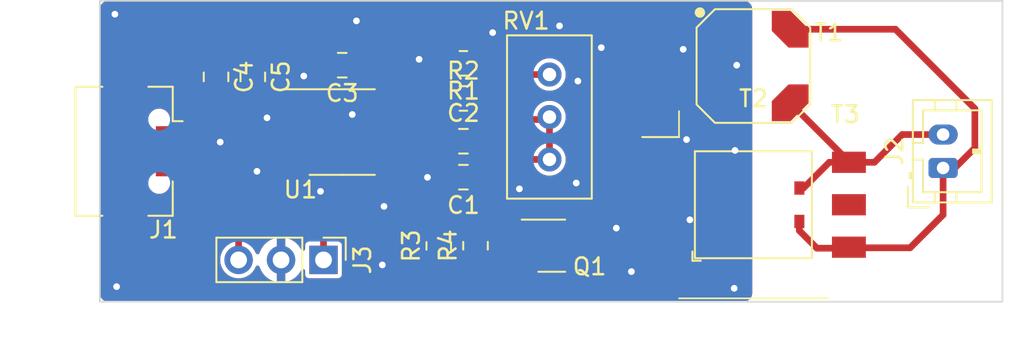
<source format=kicad_pcb>
(kicad_pcb (version 20221018) (generator pcbnew)
  (layers (0 "F.Cu" signal) (31 "B.Cu" signal) (34 "B.Paste" user) (35 "F.Paste" user) (36 "B.SilkS" user "B.Silkscreen") (37 "F.SilkS" user "F.Silkscreen") (38 "B.Mask" user) (39 "F.Mask" user) (44 "Edge.Cuts" user))
  (net 0 "")
  (net 1 "Net-(R2-Pad2)")
  (net 2 "+5V")
  (net 3 "Net-(J2-Pin_1)")
  (net 4 "Net-(J2-Pin_2)")
  (net 5 "GND")
  (net 6 "Net-(U1-THR)")
  (net 7 "/OUT")
  (net 8 "Net-(U1-CV)")
  (net 9 "Net-(U1-DIS)")
  (net 13 "Net-(Q1-G)")
  (net 14 "Net-(Q1-D)")
  (footprint "Potentiometer_THT:Potentiometer_Bourns_3296W_Vertical" (layer "F.Cu") (at 137.7 62.79 -90)
    (fp_text reference "RV1" (at -8.29 1.4 -180) (layer "F.SilkS"))
    (fp_text value "50k")
    (fp_line (start -7.425 -2.53) (end -7.425 2.54) (stroke (width 0.12)) (layer "F.SilkS"))
    (fp_line (start -7.425 -2.53) (end 2.345 -2.53) (stroke (width 0.12)) (layer "F.SilkS"))
    (fp_line (start -7.425 2.54) (end 2.345 2.54) (stroke (width 0.12)) (layer "F.SilkS"))
    (fp_line (start 2.345 -2.53) (end 2.345 2.54) (stroke (width 0.12)) (layer "F.SilkS"))
    (pad "1" thru_hole circle (at 0 0 270) (size 1.44 1.44) (drill 0.8) (layers "*.Cu" "*.Mask") (net 6 "Net-(U1-THR)"))
    (pad "2" thru_hole circle (at -2.54 0 270) (size 1.44 1.44) (drill 0.8) (layers "*.Cu" "*.Mask") (net 6 "Net-(U1-THR)"))
    (pad "3" thru_hole circle (at -5.08 0 270) (size 1.44 1.44) (drill 0.8) (layers "*.Cu" "*.Mask") (net 1 "Net-(R2-Pad2)"))
  )
  (footprint "Capacitor_SMD:C_0805_2012Metric_Pad1.18x1.45mm_HandSolder" (layer "F.Cu") (at 119.95 57.85 -90)
    (fp_text reference "C5" (at 0 -1.68 -90) (layer "F.SilkS"))
    (fp_text value "4u7")
    (fp_line (start -0.261252 -0.735) (end 0.261252 -0.735) (stroke (width 0.12)) (layer "F.SilkS"))
    (fp_line (start -0.261252 0.735) (end 0.261252 0.735) (stroke (width 0.12)) (layer "F.SilkS"))
    (pad "1" smd roundrect (at -1.0375 0 270) (size 1.175 1.45) (layers "F.Cu" "F.Paste" "F.Mask") (roundrect_rratio 0.212766) (net 2 "+5V"))
    (pad "2" smd roundrect (at 1.0375 0 270) (size 1.175 1.45) (layers "F.Cu" "F.Paste" "F.Mask") (roundrect_rratio 0.212766) (net 5 "GND"))
  )
  (footprint "Resistor_SMD:R_0805_2012Metric_Pad1.20x1.40mm_HandSolder" (layer "F.Cu") (at 132.55 57.04 180)
    (fp_text reference "R1" (at 0 -1.65 180) (layer "F.SilkS"))
    (fp_text value "3k9")
    (fp_line (start -0.227064 -0.735) (end 0.227064 -0.735) (stroke (width 0.12)) (layer "F.SilkS"))
    (fp_line (start -0.227064 0.735) (end 0.227064 0.735) (stroke (width 0.12)) (layer "F.SilkS"))
    (pad "1" smd roundrect (at -1 0 180) (size 1.2 1.4) (layers "F.Cu" "F.Paste" "F.Mask") (roundrect_rratio 0.208333) (net 2 "+5V"))
    (pad "2" smd roundrect (at 1 0 180) (size 1.2 1.4) (layers "F.Cu" "F.Paste" "F.Mask") (roundrect_rratio 0.208333) (net 9 "Net-(U1-DIS)"))
  )
  (footprint "Capacitor_SMD:C_0805_2012Metric_Pad1.18x1.45mm_HandSolder" (layer "F.Cu") (at 125.3 57.15 180)
    (fp_text reference "C3" (at 0 -1.68 180) (layer "F.SilkS"))
    (fp_text value "100n")
    (fp_line (start -0.261252 -0.735) (end 0.261252 -0.735) (stroke (width 0.12)) (layer "F.SilkS"))
    (fp_line (start -0.261252 0.735) (end 0.261252 0.735) (stroke (width 0.12)) (layer "F.SilkS"))
    (pad "1" smd roundrect (at -1.0375 0 180) (size 1.175 1.45) (layers "F.Cu" "F.Paste" "F.Mask") (roundrect_rratio 0.212766) (net 2 "+5V"))
    (pad "2" smd roundrect (at 1.0375 0 180) (size 1.175 1.45) (layers "F.Cu" "F.Paste" "F.Mask") (roundrect_rratio 0.212766) (net 5 "GND"))
  )
  (footprint "Capacitor_SMD:C_0805_2012Metric_Pad1.18x1.45mm_HandSolder" (layer "F.Cu") (at 132.55 61.7)
    (fp_text reference "C2" (at 0 -1.68) (layer "F.SilkS"))
    (fp_text value "100n")
    (fp_line (start -0.261252 -0.735) (end 0.261252 -0.735) (stroke (width 0.12)) (layer "F.SilkS"))
    (fp_line (start -0.261252 0.735) (end 0.261252 0.735) (stroke (width 0.12)) (layer "F.SilkS"))
    (pad "1" smd roundrect (at -1.0375 0) (size 1.175 1.45) (layers "F.Cu" "F.Paste" "F.Mask") (roundrect_rratio 0.212766) (net 8 "Net-(U1-CV)"))
    (pad "2" smd roundrect (at 1.0375 0) (size 1.175 1.45) (layers "F.Cu" "F.Paste" "F.Mask") (roundrect_rratio 0.212766) (net 5 "GND"))
  )
  (footprint "Knochi_Connectors:USB_Micro-B_AMTEK_MIUSB-F5M-BBX-U_Horizontal" (layer "F.Cu") (at 113.3 62.3 -90)
    (fp_text reference "J1" (at 4.7 -1.3 -180) (layer "F.SilkS"))
    (fp_text value "USB_B_Micro")
    (fp_line (start -3.86 -1.86) (end -1.8 -1.86) (stroke (width 0.12)) (layer "F.SilkS"))
    (fp_line (start -3.86 -0.4) (end -3.86 -1.86) (stroke (width 0.12)) (layer "F.SilkS"))
    (fp_line (start -3.86 3.96) (end -3.86 2.35) (stroke (width 0.12)) (layer "F.SilkS"))
    (fp_line (start -3.86 3.96) (end 3.86 3.96) (stroke (width 0.12)) (layer "F.SilkS"))
    (fp_line (start -1.8 -1.86) (end -1.8 -2.45) (stroke (width 0.12)) (layer "F.SilkS"))
    (fp_line (start 3.86 -1.86) (end 1.8 -1.86) (stroke (width 0.12)) (layer "F.SilkS"))
    (fp_line (start 3.86 -0.4) (end 3.86 -1.86) (stroke (width 0.12)) (layer "F.SilkS"))
    (fp_line (start 3.86 3.96) (end 3.86 2.35) (stroke (width 0.12)) (layer "F.SilkS"))
    (pad "" np_thru_hole circle (at -1.9 -1.05 270) (size 0.8 0.8) (drill 0.8) (layers "F&B.Cu" "*.Mask"))
    (pad "" np_thru_hole circle (at 1.9 -1.05 270) (size 0.8 0.8) (drill 0.8) (layers "F&B.Cu" "*.Mask"))
    (pad "1" smd rect (at -1.3 -1.55 270) (size 0.4 1.4) (layers "F.Cu" "F.Paste" "F.Mask") (net 2 "+5V"))
    (pad "2" smd rect (at -0.65 -1.55 270) (size 0.4 1.4) (layers "F.Cu" "F.Paste" "F.Mask"))
    (pad "3" smd rect (at 0 -1.55 270) (size 0.4 1.4) (layers "F.Cu" "F.Paste" "F.Mask"))
    (pad "4" smd rect (at 0.65 -1.55 270) (size 0.4 1.4) (layers "F.Cu" "F.Paste" "F.Mask"))
    (pad "5" smd rect (at 1.3 -1.55 270) (size 0.4 1.4) (layers "F.Cu" "F.Paste" "F.Mask") (net 5 "GND"))
    (pad "6" smd rect (at -4 1.1 270) (size 1.8 1.9) (layers "F.Cu" "F.Paste" "F.Mask") (net 5 "GND"))
    (pad "6" smd rect (at -1.2 1.1 270) (size 1.9 1.9) (layers "F.Cu" "F.Paste" "F.Mask") (net 5 "GND"))
    (pad "6" smd rect (at 1.2 1.1 270) (size 1.9 1.9) (layers "F.Cu" "F.Paste" "F.Mask") (net 5 "GND"))
    (pad "6" smd rect (at 4 1.1 270) (size 1.8 1.9) (layers "F.Cu" "F.Paste" "F.Mask") (net 5 "GND"))
  )
  (footprint "Connector_JST:JST_PH_B2B-PH-K_1x02_P2.00mm_Vertical" (layer "F.Cu") (at 161.25 63.3 90)
    (fp_text reference "J2" (at 1 -2.9 90) (layer "F.SilkS"))
    (fp_text value "JST PH")
    (fp_line (start -2.36 -2.11) (end -2.36 -0.86) (stroke (width 0.12)) (layer "F.SilkS"))
    (fp_line (start -2.06 -1.81) (end -2.06 2.91) (stroke (width 0.12)) (layer "F.SilkS"))
    (fp_line (start -2.06 -0.5) (end -1.45 -0.5) (stroke (width 0.12)) (layer "F.SilkS"))
    (fp_line (start -2.06 0.8) (end -1.45 0.8) (stroke (width 0.12)) (layer "F.SilkS"))
    (fp_line (start -2.06 2.91) (end 4.06 2.91) (stroke (width 0.12)) (layer "F.SilkS"))
    (fp_line (start -1.45 -1.2) (end -1.45 2.3) (stroke (width 0.12)) (layer "F.SilkS"))
    (fp_line (start -1.45 2.3) (end 3.45 2.3) (stroke (width 0.12)) (layer "F.SilkS"))
    (fp_line (start -1.11 -2.11) (end -2.36 -2.11) (stroke (width 0.12)) (layer "F.SilkS"))
    (fp_line (start -0.6 -2.01) (end -0.6 -1.81) (stroke (width 0.12)) (layer "F.SilkS"))
    (fp_line (start -0.3 -2.01) (end -0.6 -2.01) (stroke (width 0.12)) (layer "F.SilkS"))
    (fp_line (start -0.3 -1.91) (end -0.6 -1.91) (stroke (width 0.12)) (layer "F.SilkS"))
    (fp_line (start -0.3 -1.81) (end -0.3 -2.01) (stroke (width 0.12)) (layer "F.SilkS"))
    (fp_line (start 0.5 -1.81) (end 0.5 -1.2) (stroke (width 0.12)) (layer "F.SilkS"))
    (fp_line (start 0.5 -1.2) (end -1.45 -1.2) (stroke (width 0.12)) (layer "F.SilkS"))
    (fp_line (start 0.9 1.8) (end 1.1 1.8) (stroke (width 0.12)) (layer "F.SilkS"))
    (fp_line (start 0.9 2.3) (end 0.9 1.8) (stroke (width 0.12)) (layer "F.SilkS"))
    (fp_line (start 1 2.3) (end 1 1.8) (stroke (width 0.12)) (layer "F.SilkS"))
    (fp_line (start 1.1 1.8) (end 1.1 2.3) (stroke (width 0.12)) (layer "F.SilkS"))
    (fp_line (start 1.5 -1.2) (end 1.5 -1.81) (stroke (width 0.12)) (layer "F.SilkS"))
    (fp_line (start 3.45 -1.2) (end 1.5 -1.2) (stroke (width 0.12)) (layer "F.SilkS"))
    (fp_line (start 3.45 2.3) (end 3.45 -1.2) (stroke (width 0.12)) (layer "F.SilkS"))
    (fp_line (start 4.06 -1.81) (end -2.06 -1.81) (stroke (width 0.12)) (layer "F.SilkS"))
    (fp_line (start 4.06 -0.5) (end 3.45 -0.5) (stroke (width 0.12)) (layer "F.SilkS"))
    (fp_line (start 4.06 0.8) (end 3.45 0.8) (stroke (width 0.12)) (layer "F.SilkS"))
    (fp_line (start 4.06 2.91) (end 4.06 -1.81) (stroke (width 0.12)) (layer "F.SilkS"))
    (pad "1" thru_hole roundrect (at 0 0 90) (size 1.2 1.75) (drill 0.75) (layers "*.Cu" "*.Mask") (roundrect_rratio 0.208333) (net 3 "Net-(J2-Pin_1)"))
    (pad "2" thru_hole oval (at 2 0 90) (size 1.2 1.75) (drill 0.75) (layers "*.Cu" "*.Mask") (net 4 "Net-(J2-Pin_2)"))
  )
  (footprint "Knochi_Inductors:Transformer_CoilCraft_LPR6235" (layer "F.Cu") (at 149.9 57.2)
    (fp_text reference "T1" (at 4.5 -2 unlocked) (layer "F.SilkS"))
    (fp_text value "LPR6235-253PMRC")
    (fp_circle (center -3.2 -3.2) (end -2.95 -3.2) (stroke (width 0.12)) (fill solid) (layer "F.SilkS"))
    (fp_poly (pts (xy -2.3 -3.4) (xy -3.4 -2.3) (xy -3.4 2.3) (xy -2.3 3.4) (xy 2.3 3.4) (xy 3.4 2.3) (xy 3.4 -2.3) (xy 2.3 -3.4)) (stroke (width 0.12)) (fill none) (layer "F.SilkS"))
    (pad "1" smd custom (at -2.2 -2.2) (size 1 1) (layers "F.Cu" "F.Paste" "F.Mask") (net 2 "+5V") (options (clearance outline) (anchor rect)) (primitives (gr_poly (pts (xy -1.1 1.1) (xy -1.1 -0.025) (xy -0.025 -1.1) (xy 1.1 -1.1) (xy 1.1 0.1) (xy 0.1 1.1)) (width 0) (fill yes))))
    (pad "2" smd custom (at -2.2 2.2 90) (size 1 1) (layers "F.Cu" "F.Paste" "F.Mask") (net 14 "Net-(Q1-D)") (options (clearance outline) (anchor rect)) (primitives (gr_poly (pts (xy -1.1 1.1) (xy -1.1 -0.025) (xy -0.025 -1.1) (xy 1.1 -1.1) (xy 1.1 0.1) (xy 0.1 1.1)) (width 0) (fill yes))))
    (pad "3" smd custom (at 2.2 2.2 180) (size 1 1) (layers "F.Cu" "F.Paste" "F.Mask") (net 4 "Net-(J2-Pin_2)") (options (clearance outline) (anchor rect)) (primitives (gr_poly (pts (xy -1.1 1.1) (xy -1.1 -0.025) (xy -0.025 -1.1) (xy 1.1 -1.1) (xy 1.1 0.1) (xy 0.1 1.1)) (width 0) (fill yes))))
    (pad "4" smd custom (at 2.2 -2.2 270) (size 1 1) (layers "F.Cu" "F.Paste" "F.Mask") (net 3 "Net-(J2-Pin_1)") (options (clearance outline) (anchor rect)) (primitives (gr_poly (pts (xy -1.1 1.1) (xy -1.1 -0.025) (xy -0.025 -1.1) (xy 1.1 -1.1) (xy 1.1 0.1) (xy 0.1 1.1)) (width 0) (fill yes))))
  )
  (footprint "Resistor_SMD:R_0805_2012Metric_Pad1.20x1.40mm_HandSolder" (layer "F.Cu") (at 131.075 67.9625 90)
    (fp_text reference "R3" (at 0 -1.65 90) (layer "F.SilkS"))
    (fp_text value "220r")
    (fp_line (start -0.227064 -0.735) (end 0.227064 -0.735) (stroke (width 0.12)) (layer "F.SilkS"))
    (fp_line (start -0.227064 0.735) (end 0.227064 0.735) (stroke (width 0.12)) (layer "F.SilkS"))
    (pad "1" smd roundrect (at -1 0 90) (size 1.2 1.4) (layers "F.Cu" "F.Paste" "F.Mask") (roundrect_rratio 0.208333) (net 7 "/OUT"))
    (pad "2" smd roundrect (at 1 0 90) (size 1.2 1.4) (layers "F.Cu" "F.Paste" "F.Mask") (roundrect_rratio 0.208333) (net 13 "Net-(Q1-G)"))
  )
  (footprint "Capacitor_SMD:C_0805_2012Metric_Pad1.18x1.45mm_HandSolder" (layer "F.Cu") (at 132.55 63.85 180)
    (fp_text reference "C1" (at 0 -1.68 180) (layer "F.SilkS"))
    (fp_text value "100p")
    (fp_line (start -0.261252 -0.735) (end 0.261252 -0.735) (stroke (width 0.12)) (layer "F.SilkS"))
    (fp_line (start -0.261252 0.735) (end 0.261252 0.735) (stroke (width 0.12)) (layer "F.SilkS"))
    (pad "1" smd roundrect (at -1.0375 0 180) (size 1.175 1.45) (layers "F.Cu" "F.Paste" "F.Mask") (roundrect_rratio 0.212766) (net 6 "Net-(U1-THR)"))
    (pad "2" smd roundrect (at 1.0375 0 180) (size 1.175 1.45) (layers "F.Cu" "F.Paste" "F.Mask") (roundrect_rratio 0.212766) (net 5 "GND"))
  )
  (footprint "Connector_PinHeader_2.54mm:PinHeader_1x03_P2.54mm_Vertical" (layer "F.Cu") (at 124.18 68.8 -90)
    (fp_text reference "J3" (at 0 -2.33 90) (layer "F.SilkS"))
    (fp_text value "Conn_01x03")
    (fp_line (start -1.33 -1.33) (end 0 -1.33) (stroke (width 0.12)) (layer "F.SilkS"))
    (fp_line (start -1.33 0) (end -1.33 -1.33) (stroke (width 0.12)) (layer "F.SilkS"))
    (fp_line (start -1.33 1.27) (end -1.33 6.41) (stroke (width 0.12)) (layer "F.SilkS"))
    (fp_line (start -1.33 1.27) (end 1.33 1.27) (stroke (width 0.12)) (layer "F.SilkS"))
    (fp_line (start -1.33 6.41) (end 1.33 6.41) (stroke (width 0.12)) (layer "F.SilkS"))
    (fp_line (start 1.33 1.27) (end 1.33 6.41) (stroke (width 0.12)) (layer "F.SilkS"))
    (pad "1" thru_hole rect (at 0 0 270) (size 1.7 1.7) (drill 1) (layers "*.Cu" "*.Mask") (net 7 "/OUT"))
    (pad "2" thru_hole oval (at 0 2.54 270) (size 1.7 1.7) (drill 1) (layers "*.Cu" "*.Mask") (net 5 "GND"))
    (pad "3" thru_hole oval (at 0 5.08 270) (size 1.7 1.7) (drill 1) (layers "*.Cu" "*.Mask") (net 2 "+5V"))
  )
  (footprint "Resistor_SMD:R_0805_2012Metric_Pad1.20x1.40mm_HandSolder" (layer "F.Cu") (at 132.55 59.14)
    (fp_text reference "R2" (at 0 -1.65) (layer "F.SilkS"))
    (fp_text value "33k")
    (fp_line (start -0.227064 -0.735) (end 0.227064 -0.735) (stroke (width 0.12)) (layer "F.SilkS"))
    (fp_line (start -0.227064 0.735) (end 0.227064 0.735) (stroke (width 0.12)) (layer "F.SilkS"))
    (pad "1" smd roundrect (at -1 0) (size 1.2 1.4) (layers "F.Cu" "F.Paste" "F.Mask") (roundrect_rratio 0.208333) (net 9 "Net-(U1-DIS)"))
    (pad "2" smd roundrect (at 1 0) (size 1.2 1.4) (layers "F.Cu" "F.Paste" "F.Mask") (roundrect_rratio 0.208333) (net 1 "Net-(R2-Pad2)"))
  )
  (footprint "Package_TO_SOT_SMD:SOT-23-3" (layer "F.Cu") (at 137.8375 67.95)
    (fp_text reference "Q1" (at 2.2625 1.25) (layer "F.SilkS"))
    (fp_text value "IRLML2803PbF")
    (fp_line (start 0 -1.56) (end -1.8 -1.56) (stroke (width 0.12)) (layer "F.SilkS"))
    (fp_line (start 0 -1.56) (end 0.8 -1.56) (stroke (width 0.12)) (layer "F.SilkS"))
    (fp_line (start 0 1.56) (end -0.8 1.56) (stroke (width 0.12)) (layer "F.SilkS"))
    (fp_line (start 0 1.56) (end 0.8 1.56) (stroke (width 0.12)) (layer "F.SilkS"))
    (pad "1" smd roundrect (at -1.1375 -0.95) (size 1.325 0.6) (layers "F.Cu" "F.Paste" "F.Mask") (net 13 "Net-(Q1-G)"))
    (pad "2" smd roundrect (at -1.1375 0.95) (size 1.325 0.6) (layers "F.Cu" "F.Paste" "F.Mask") (net 5 "GND"))
    (pad "3" smd roundrect (at 1.1375 0) (size 1.325 0.6) (layers "F.Cu" "F.Paste" "F.Mask") (net 14 "Net-(Q1-D)"))
  )
  (footprint "Resistor_SMD:R_0805_2012Metric_Pad1.20x1.40mm_HandSolder" (layer "F.Cu") (at 133.275 67.95 90)
    (fp_text reference "R4" (at 0 -1.65 90) (layer "F.SilkS"))
    (fp_text value "10k")
    (fp_line (start -0.227064 -0.735) (end 0.227064 -0.735) (stroke (width 0.12)) (layer "F.SilkS"))
    (fp_line (start -0.227064 0.735) (end 0.227064 0.735) (stroke (width 0.12)) (layer "F.SilkS"))
    (pad "1" smd roundrect (at -1 0 90) (size 1.2 1.4) (layers "F.Cu" "F.Paste" "F.Mask") (roundrect_rratio 0.208333) (net 5 "GND"))
    (pad "2" smd roundrect (at 1 0 90) (size 1.2 1.4) (layers "F.Cu" "F.Paste" "F.Mask") (roundrect_rratio 0.208333) (net 13 "Net-(Q1-G)"))
  )
  (footprint "Knochi_Inductors:Transformer_CoilCraft_NCP5080" (layer "F.Cu") (at 149.9 65.5)
    (fp_text reference "T3" (at 5.5 -5.4 unlocked) (layer "F.SilkS"))
    (fp_text value "CJ5143-ALC")
    (fp_line (start -3.65 2.8) (end -3.65 3.35) (stroke (width 0.12)) (layer "F.SilkS"))
    (fp_line (start -3.65 3.35) (end -3.15 3.35) (stroke (width 0.12)) (layer "F.SilkS"))
    (fp_rect (start -3.5 -3.2) (end 3.5 3.2) (stroke (width 0.12)) (fill none) (layer "F.SilkS"))
    (pad "1" smd rect (at -2.75 2.1) (size 0.6 0.8) (layers "F.Cu" "F.Paste" "F.Mask") (net 2 "+5V"))
    (pad "4" smd rect (at -2.75 -2.1) (size 0.6 0.8) (layers "F.Cu" "F.Paste" "F.Mask") (net 14 "Net-(Q1-D)"))
    (pad "5" smd rect (at 2.75 -1) (size 0.6 0.8) (layers "F.Cu" "F.Paste" "F.Mask") (net 4 "Net-(J2-Pin_2)"))
    (pad "6" smd rect (at 2.75 1) (size 0.6 0.8) (layers "F.Cu" "F.Paste" "F.Mask") (net 3 "Net-(J2-Pin_1)"))
  )
  (footprint "Package_SO:SOIC-8_3.9x4.9mm_P1.27mm" (layer "F.Cu") (at 125.3 61.15)
    (fp_text reference "U1" (at -2.5 3.45) (layer "F.SilkS"))
    (fp_text value "NE555D")
    (fp_line (start 0 -2.56) (end -3.45 -2.56) (stroke (width 0.12)) (layer "F.SilkS"))
    (fp_line (start 0 -2.56) (end 1.95 -2.56) (stroke (width 0.12)) (layer "F.SilkS"))
    (fp_line (start 0 2.56) (end -1.95 2.56) (stroke (width 0.12)) (layer "F.SilkS"))
    (fp_line (start 0 2.56) (end 1.95 2.56) (stroke (width 0.12)) (layer "F.SilkS"))
    (pad "1" smd roundrect (at -2.475 -1.905) (size 1.95 0.6) (layers "F.Cu" "F.Paste" "F.Mask") (net 5 "GND"))
    (pad "2" smd roundrect (at -2.475 -0.635) (size 1.95 0.6) (layers "F.Cu" "F.Paste" "F.Mask") (net 6 "Net-(U1-THR)"))
    (pad "3" smd roundrect (at -2.475 0.635) (size 1.95 0.6) (layers "F.Cu" "F.Paste" "F.Mask") (net 7 "/OUT"))
    (pad "4" smd roundrect (at -2.475 1.905) (size 1.95 0.6) (layers "F.Cu" "F.Paste" "F.Mask") (net 2 "+5V"))
    (pad "5" smd roundrect (at 2.475 1.905) (size 1.95 0.6) (layers "F.Cu" "F.Paste" "F.Mask") (net 8 "Net-(U1-CV)"))
    (pad "6" smd roundrect (at 2.475 0.635) (size 1.95 0.6) (layers "F.Cu" "F.Paste" "F.Mask") (net 6 "Net-(U1-THR)"))
    (pad "7" smd roundrect (at 2.475 -0.635) (size 1.95 0.6) (layers "F.Cu" "F.Paste" "F.Mask") (net 9 "Net-(U1-DIS)"))
    (pad "8" smd roundrect (at 2.475 -1.905) (size 1.95 0.6) (layers "F.Cu" "F.Paste" "F.Mask") (net 2 "+5V"))
  )
  (footprint "Knochi_Inductors:Transformer_CoilCraft_FA2469" (layer "F.Cu") (at 149.9 65.5)
    (fp_text reference "T2" (at 0 -6.35) (layer "F.SilkS"))
    (fp_text value "FA2469-ALD" hide)
    (fp_line (start -4.45 -4.05) (end -6.65 -4.05) (stroke (width 0.12)) (layer "F.SilkS"))
    (fp_line (start -4.45 -4.05) (end -4.45 -5.6) (stroke (width 0.1)) (layer "F.SilkS"))
    (fp_line (start 4.45 5.6) (end -4.45 5.6) (stroke (width 0.1)) (layer "F.SilkS"))
    (pad "1" smd rect (at -5.715 -2.54) (size 2.03 1.27) (layers "F.Cu" "F.Paste" "F.Mask") (net 2 "+5V"))
    (pad "2" smd rect (at -5.715 0) (size 2.03 1.27) (layers "F.Cu" "F.Paste" "F.Mask"))
    (pad "3" smd rect (at -5.715 2.54) (size 2.03 1.27) (layers "F.Cu" "F.Paste" "F.Mask") (net 14 "Net-(Q1-D)"))
    (pad "4" smd rect (at 5.715 2.54) (size 2.03 1.27) (layers "F.Cu" "F.Paste" "F.Mask") (net 3 "Net-(J2-Pin_1)"))
    (pad "5" smd rect (at 5.715 0) (size 2.03 1.27) (layers "F.Cu" "F.Paste" "F.Mask"))
    (pad "6" smd rect (at 5.715 -2.54) (size 2.03 1.27) (layers "F.Cu" "F.Paste" "F.Mask") (net 4 "Net-(J2-Pin_2)"))
  )
  (footprint "Capacitor_SMD:C_0805_2012Metric_Pad1.18x1.45mm_HandSolder" (layer "F.Cu") (at 117.75 57.85 -90)
    (fp_text reference "C4" (at 0 -1.68 -90) (layer "F.SilkS"))
    (fp_text value "1u")
    (fp_line (start -0.261252 -0.735) (end 0.261252 -0.735) (stroke (width 0.12)) (layer "F.SilkS"))
    (fp_line (start -0.261252 0.735) (end 0.261252 0.735) (stroke (width 0.12)) (layer "F.SilkS"))
    (pad "1" smd roundrect (at -1.0375 0 270) (size 1.175 1.45) (layers "F.Cu" "F.Paste" "F.Mask") (roundrect_rratio 0.212766) (net 2 "+5V"))
    (pad "2" smd roundrect (at 1.0375 0 270) (size 1.175 1.45) (layers "F.Cu" "F.Paste" "F.Mask") (roundrect_rratio 0.212766) (net 5 "GND"))
  )
  (gr_rect (start 110.8 53.3) (end 164.8 71.3) (stroke (width 0.1)) (fill none) (layer "Edge.Cuts"))
  (segment (start 133.4625 59.14) (end 135.01 59.14) (width 0.4) (layer "F.Cu") (net 1))
  (segment (start 136.44 57.71) (end 137.7 57.71) (width 0.4) (layer "F.Cu") (net 1))
  (segment (start 135.01 59.14) (end 136.44 57.71) (width 0.4) (layer "F.Cu") (net 1))
  (segment (start 126.25 56.15) (end 125.85 55.75) (width 0.4) (layer "F.Cu") (net 2))
  (segment (start 116.95 56.85) (end 116.25 57.55) (width 0.4) (layer "F.Cu") (net 2))
  (segment (start 139.85 55) (end 138.95 55.9) (width 0.4) (layer "F.Cu") (net 2))
  (segment (start 147.15 65.83) (end 147.15 67.6) (width 0.4) (layer "F.Cu") (net 2))
  (segment (start 135.9 55.9) (end 138.95 55.9) (width 0.4) (layer "F.Cu") (net 2))
  (segment (start 123.3 55.75) (end 122.2 56.85) (width 0.4) (layer "F.Cu") (net 2))
  (segment (start 133.69 57.04) (end 134.76 57.04) (width 0.4) (layer "F.Cu") (net 2))
  (segment (start 125.85 55.75) (end 132.4 55.75) (width 0.4) (layer "F.Cu") (net 2))
  (segment (start 115.9 61) (end 114.85 61) (width 0.4) (layer "F.Cu") (net 2))
  (segment (start 127.775 59.245) (end 127.775 57.625) (width 0.4) (layer "F.Cu") (net 2))
  (segment (start 147.7 55) (end 139.85 55) (width 0.4) (layer "F.Cu") (net 2))
  (segment (start 125.85 55.75) (end 123.3 55.75) (width 0.4) (layer "F.Cu") (net 2))
  (segment (start 122.2 56.85) (end 116.95 56.85) (width 0.4) (layer "F.Cu") (net 2))
  (segment (start 116.25 57.55) (end 116.25 60.65) (width 0.4) (layer "F.Cu") (net 2))
  (segment (start 121.355 63.055) (end 118.95 60.65) (width 0.4) (layer "F.Cu") (net 2))
  (segment (start 134.76 57.04) (end 135.9 55.9) (width 0.4) (layer "F.Cu") (net 2))
  (segment (start 116.25 60.65) (end 115.9 61) (width 0.4) (layer "F.Cu") (net 2))
  (segment (start 127.3 57.15) (end 126.25 57.15) (width 0.4) (layer "F.Cu") (net 2))
  (segment (start 144.28 61.23) (end 144.28 62.96) (width 0.4) (layer "F.Cu") (net 2))
  (segment (start 122.825 63.055) (end 121.355 63.055) (width 0.4) (layer "F.Cu") (net 2))
  (segment (start 118.95 60.65) (end 116.25 60.65) (width 0.4) (layer "F.Cu") (net 2))
  (segment (start 127.775 57.625) (end 127.3 57.15) (width 0.4) (layer "F.Cu") (net 2))
  (segment (start 138.95 55.9) (end 144.28 61.23) (width 0.4) (layer "F.Cu") (net 2))
  (segment (start 119.1 60.8) (end 119.1 68.8) (width 0.4) (layer "F.Cu") (net 2))
  (segment (start 144.28 62.96) (end 147.15 65.83) (width 0.4) (layer "F.Cu") (net 2))
  (segment (start 126.25 57.15) (end 126.25 56.15) (width 0.4) (layer "F.Cu") (net 2))
  (segment (start 118.95 60.65) (end 119.1 60.8) (width 0.4) (layer "F.Cu") (net 2))
  (segment (start 132.4 55.75) (end 133.69 57.04) (width 0.4) (layer "F.Cu") (net 2))
  (segment (start 152.1 55) (end 158.4 55) (width 0.4) (layer "F.Cu") (net 3))
  (segment (start 163.15 59.75) (end 163.15 62.1) (width 0.4) (layer "F.Cu") (net 3))
  (segment (start 155.555 68.075) (end 159.275 68.075) (width 0.4) (layer "F.Cu") (net 3))
  (segment (start 152.65 66.5) (end 152.65 67.05) (width 0.4) (layer "F.Cu") (net 3))
  (segment (start 161.25 66.1) (end 161.25 63.3) (width 0.4) (layer "F.Cu") (net 3))
  (segment (start 158.4 55) (end 163.15 59.75) (width 0.4) (layer "F.Cu") (net 3))
  (segment (start 155.52 68.04) (end 155.555 68.075) (width 0.4) (layer "F.Cu") (net 3))
  (segment (start 152.65 67.05) (end 153.7 68.1) (width 0.4) (layer "F.Cu") (net 3))
  (segment (start 159.275 68.075) (end 161.25 66.1) (width 0.4) (layer "F.Cu") (net 3))
  (segment (start 163.15 62.1) (end 161.95 63.3) (width 0.4) (layer "F.Cu") (net 3))
  (segment (start 155.46 68.1) (end 155.52 68.04) (width 0.4) (layer "F.Cu") (net 3))
  (segment (start 161.95 63.3) (end 161.25 63.3) (width 0.4) (layer "F.Cu") (net 3))
  (segment (start 153.7 68.1) (end 155.46 68.1) (width 0.4) (layer "F.Cu") (net 3))
  (segment (start 152.65 64.5) (end 152.9 64.5) (width 0.4) (layer "F.Cu") (net 4))
  (segment (start 157.14 62.96) (end 158.8 61.3) (width 0.4) (layer "F.Cu") (net 4))
  (segment (start 158.8 61.3) (end 161.25 61.3) (width 0.4) (layer "F.Cu") (net 4))
  (segment (start 154.44 62.96) (end 155.52 62.96) (width 0.4) (layer "F.Cu") (net 4))
  (segment (start 152.1 59.4) (end 155.52 62.82) (width 0.4) (layer "F.Cu") (net 4))
  (segment (start 155.52 62.96) (end 157.14 62.96) (width 0.4) (layer "F.Cu") (net 4))
  (segment (start 155.52 62.82) (end 155.52 62.96) (width 0.4) (layer "F.Cu") (net 4))
  (segment (start 152.9 64.5) (end 154.44 62.96) (width 0.4) (layer "F.Cu") (net 4))
  (via (at 140.8 56.1) (size 0.8) (drill 0.4) (layers "F.Cu" "B.Cu") (net 5))
  (via (at 148.8 62.25) (size 0.8) (drill 0.4) (layers "F.Cu" "B.Cu") (net 5))
  (via (at 123 57.8) (size 0.8) (drill 0.4) (layers "F.Cu" "B.Cu") (net 5))
  (via (at 148.75 70.5) (size 0.8) (drill 0.4) (layers "F.Cu" "B.Cu") (net 5))
  (via (at 129.9 56.8) (size 0.8) (drill 0.4) (layers "F.Cu" "B.Cu") (net 5))
  (via (at 142.6 69.5) (size 0.8) (drill 0.4) (layers "F.Cu" "B.Cu") (net 5))
  (via (at 145.9 61.6) (size 0.8) (drill 0.4) (layers "F.Cu" "B.Cu") (net 5))
  (via (at 125.9 60.1) (size 0.8) (drill 0.4) (layers "F.Cu" "B.Cu") (net 5))
  (via (at 148.9 57.15) (size 0.8) (drill 0.4) (layers "F.Cu" "B.Cu") (net 5))
  (via (at 120.8 60.3) (size 0.8) (drill 0.4) (layers "F.Cu" "B.Cu") (net 5))
  (via (at 134.3 55.2) (size 0.8) (drill 0.4) (layers "F.Cu" "B.Cu") (net 5))
  (via (at 111.8 70.4) (size 0.8) (drill 0.4) (layers "F.Cu" "B.Cu") (net 5))
  (via (at 138.3 54.8) (size 0.8) (drill 0.4) (layers "F.Cu" "B.Cu") (net 5))
  (via (at 111.7 54.1) (size 0.8) (drill 0.4) (layers "F.Cu" "B.Cu") (net 5))
  (via (at 141.7 66.9) (size 0.8) (drill 0.4) (layers "F.Cu" "B.Cu") (net 5))
  (via (at 135.9 64.55) (size 0.8) (drill 0.4) (layers "F.Cu" "B.Cu") (net 5))
  (via (at 139.3 64.2) (size 0.8) (drill 0.4) (layers "F.Cu" "B.Cu") (net 5))
  (via (at 130.4 63.86) (size 0.8) (drill 0.4) (layers "F.Cu" "B.Cu") (net 5))
  (via (at 145.7 56.2) (size 0.8) (drill 0.4) (layers "F.Cu" "B.Cu") (net 5))
  (via (at 120.2 63.5) (size 0.8) (drill 0.4) (layers "F.Cu" "B.Cu") (net 5))
  (via (at 146.1 66.4) (size 0.8) (drill 0.4) (layers "F.Cu" "B.Cu") (net 5))
  (via (at 127.7 69.1) (size 0.8) (drill 0.4) (layers "F.Cu" "B.Cu") (net 5))
  (via (at 139.4 58.1) (size 0.8) (drill 0.4) (layers "F.Cu" "B.Cu") (net 5))
  (via (at 124 64.7) (size 0.8) (drill 0.4) (layers "F.Cu" "B.Cu") (net 5))
  (via (at 127.8 65.6) (size 0.8) (drill 0.4) (layers "F.Cu" "B.Cu") (net 5))
  (via (at 126.15 54.5) (size 0.8) (drill 0.4) (layers "F.Cu" "B.Cu") (net 5))
  (via (at 118 61.75) (size 0.8) (drill 0.4) (layers "F.Cu" "B.Cu") (net 5))
  (segment (start 130.35 60.4) (end 128.965 61.785) (width 0.4) (layer "F.Cu") (net 6))
  (segment (start 124.215 60.515) (end 125.485 61.785) (width 0.4) (layer "F.Cu") (net 6))
  (segment (start 134.75 63.85) (end 133.5 63.85) (width 0.4) (layer "F.Cu") (net 6))
  (segment (start 125.485 61.785) (end 127.775 61.785) (width 0.4) (layer "F.Cu") (net 6))
  (segment (start 137.7 60.25) (end 137.55 60.4) (width 0.4) (layer "F.Cu") (net 6))
  (segment (start 128.965 61.785) (end 127.775 61.785) (width 0.4) (layer "F.Cu") (net 6))
  (segment (start 135.81 62.79) (end 134.75 63.85) (width 0.4) (layer "F.Cu") (net 6))
  (segment (start 137.7 60.25) (end 137.7 62.79) (width 0.4) (layer "F.Cu") (net 6))
  (segment (start 137.7 62.79) (end 135.81 62.79) (width 0.4) (layer "F.Cu") (net 6))
  (segment (start 122.825 60.515) (end 124.215 60.515) (width 0.4) (layer "F.Cu") (net 6))
  (segment (start 137.55 60.4) (end 130.35 60.4) (width 0.4) (layer "F.Cu") (net 6))
  (segment (start 125.3 64.9) (end 125.3 63) (width 0.4) (layer "F.Cu") (net 7))
  (segment (start 125.3 63) (end 124.085 61.785) (width 0.4) (layer "F.Cu") (net 7))
  (segment (start 124.085 61.785) (end 122.825 61.785) (width 0.4) (layer "F.Cu") (net 7))
  (segment (start 131.075 68.875) (end 129.275 68.875) (width 0.4) (layer "F.Cu") (net 7))
  (segment (start 129.275 68.875) (end 125.3 64.9) (width 0.4) (layer "F.Cu") (net 7))
  (segment (start 124.18 66.02) (end 124.18 68.8) (width 0.4) (layer "F.Cu") (net 7))
  (segment (start 125.3 64.9) (end 124.18 66.02) (width 0.4) (layer "F.Cu") (net 7))
  (segment (start 129.405 63.055) (end 130.76 61.7) (width 0.4) (layer "F.Cu") (net 8))
  (segment (start 127.775 63.055) (end 129.405 63.055) (width 0.4) (layer "F.Cu") (net 8))
  (segment (start 130.76 61.7) (end 131.6 61.7) (width 0.4) (layer "F.Cu") (net 8))
  (segment (start 131.6375 59.14) (end 131.6375 57.04) (width 0.4) (layer "F.Cu") (net 9))
  (segment (start 130.26 59.14) (end 131.6375 59.14) (width 0.4) (layer "F.Cu") (net 9))
  (segment (start 128.885 60.515) (end 130.26 59.14) (width 0.4) (layer "F.Cu") (net 9))
  (segment (start 127.775 60.515) (end 128.885 60.515) (width 0.4) (layer "F.Cu") (net 9))
  (segment (start 131.075 67.05) (end 133.2625 67.05) (width 0.4) (layer "F.Cu") (net 13))
  (segment (start 136.7 67) (end 133.3125 67) (width 0.4) (layer "F.Cu") (net 13))
  (segment (start 133.2625 67.05) (end 133.275 67.0375) (width 0.4) (layer "F.Cu") (net 13))
  (segment (start 133.3125 67) (end 133.275 67.0375) (width 0.4) (layer "F.Cu") (net 13))
  (segment (start 147.15 59.95) (end 147.15 63.4) (width 0.4) (layer "F.Cu") (net 14))
  (segment (start 148.4 68.5) (end 147.6 69.3) (width 0.4) (layer "F.Cu") (net 14))
  (segment (start 139.035 67.89) (end 138.975 67.95) (width 0.4) (layer "F.Cu") (net 14))
  (segment (start 145.54 69.3) (end 144.28 68.04) (width 0.4) (layer "F.Cu") (net 14))
  (segment (start 147.15 63.4) (end 148.4 64.65) (width 0.4) (layer "F.Cu") (net 14))
  (segment (start 148.4 64.65) (end 148.4 68.5) (width 0.4) (layer "F.Cu") (net 14))
  (segment (start 147.6 69.3) (end 145.54 69.3) (width 0.4) (layer "F.Cu") (net 14))
  (segment (start 147.7 59.4) (end 147.15 59.95) (width 0.4) (layer "F.Cu") (net 14))
  (segment (start 144.28 68.04) (end 144.14 67.9) (width 0.4) (layer "F.Cu") (net 14))
  (segment (start 144.14 67.9) (end 139.025 67.9) (width 0.4) (layer "F.Cu") (net 14))
  (segment (start 139.025 67.9) (end 138.975 67.95) (width 0.4) (layer "F.Cu") (net 14))
  (zone (net 5) (net_name "GND") (layers "F&B.Cu") (connect_pads (clearance 0.25)) (min_thickness 0.25) (fill yes (thermal_gap 0.5) (thermal_bridge_width 0.5) (smoothing fillet) (radius 0.5))
    (polygon (pts (xy 110.8 53.3) (xy 149.82975 53.28889) (xy 149.82975 71.28889) (xy 110.8 71.3)))
  )
)
</source>
